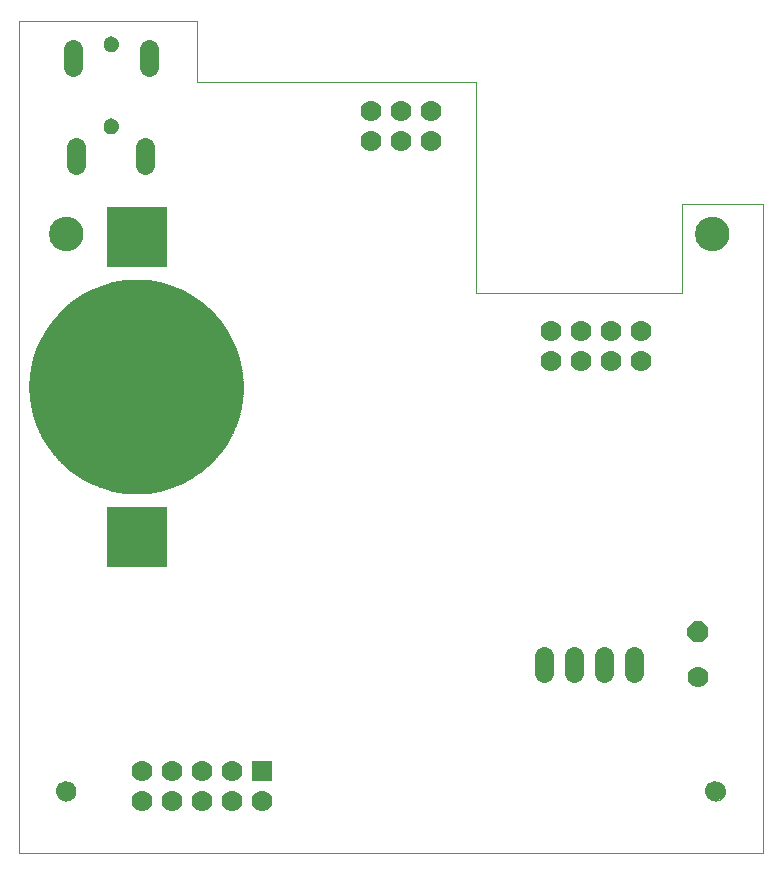
<source format=gbs>
G75*
%MOIN*%
%OFA0B0*%
%FSLAX25Y25*%
%IPPOS*%
%LPD*%
%AMOC8*
5,1,8,0,0,1.08239X$1,22.5*
%
%ADD10C,0.00000*%
%ADD11C,0.06699*%
%ADD12C,0.11424*%
%ADD13C,0.07000*%
%ADD14OC8,0.07000*%
%ADD15R,0.07000X0.07000*%
%ADD16C,0.06337*%
%ADD17C,0.05124*%
%ADD18R,0.16400X0.16400*%
%ADD19R,0.20400X0.20400*%
%ADD20C,0.00500*%
D10*
X0001000Y0001000D02*
X0001000Y0278402D01*
X0060557Y0278402D01*
X0060557Y0258096D01*
X0153559Y0258096D01*
X0153559Y0187850D01*
X0222270Y0187850D01*
X0222270Y0217250D01*
X0249031Y0217250D01*
X0249031Y0001000D01*
X0001000Y0001000D01*
X0013598Y0021709D02*
X0013600Y0021821D01*
X0013606Y0021932D01*
X0013616Y0022044D01*
X0013630Y0022155D01*
X0013647Y0022265D01*
X0013669Y0022375D01*
X0013695Y0022484D01*
X0013724Y0022592D01*
X0013757Y0022698D01*
X0013794Y0022804D01*
X0013835Y0022908D01*
X0013880Y0023011D01*
X0013928Y0023112D01*
X0013979Y0023211D01*
X0014034Y0023308D01*
X0014093Y0023403D01*
X0014154Y0023497D01*
X0014219Y0023588D01*
X0014288Y0023676D01*
X0014359Y0023762D01*
X0014433Y0023846D01*
X0014511Y0023926D01*
X0014591Y0024004D01*
X0014674Y0024080D01*
X0014759Y0024152D01*
X0014847Y0024221D01*
X0014937Y0024287D01*
X0015030Y0024349D01*
X0015125Y0024409D01*
X0015222Y0024465D01*
X0015320Y0024517D01*
X0015421Y0024566D01*
X0015523Y0024611D01*
X0015627Y0024653D01*
X0015732Y0024691D01*
X0015839Y0024725D01*
X0015946Y0024755D01*
X0016055Y0024782D01*
X0016164Y0024804D01*
X0016275Y0024823D01*
X0016385Y0024838D01*
X0016497Y0024849D01*
X0016608Y0024856D01*
X0016720Y0024859D01*
X0016832Y0024858D01*
X0016944Y0024853D01*
X0017055Y0024844D01*
X0017166Y0024831D01*
X0017277Y0024814D01*
X0017387Y0024794D01*
X0017496Y0024769D01*
X0017604Y0024741D01*
X0017711Y0024708D01*
X0017817Y0024672D01*
X0017921Y0024632D01*
X0018024Y0024589D01*
X0018126Y0024542D01*
X0018225Y0024491D01*
X0018323Y0024437D01*
X0018419Y0024379D01*
X0018513Y0024318D01*
X0018604Y0024254D01*
X0018693Y0024187D01*
X0018780Y0024116D01*
X0018864Y0024042D01*
X0018946Y0023966D01*
X0019024Y0023886D01*
X0019100Y0023804D01*
X0019173Y0023719D01*
X0019243Y0023632D01*
X0019309Y0023542D01*
X0019373Y0023450D01*
X0019433Y0023356D01*
X0019490Y0023260D01*
X0019543Y0023161D01*
X0019593Y0023061D01*
X0019639Y0022960D01*
X0019682Y0022856D01*
X0019721Y0022751D01*
X0019756Y0022645D01*
X0019787Y0022538D01*
X0019815Y0022429D01*
X0019838Y0022320D01*
X0019858Y0022210D01*
X0019874Y0022099D01*
X0019886Y0021988D01*
X0019894Y0021877D01*
X0019898Y0021765D01*
X0019898Y0021653D01*
X0019894Y0021541D01*
X0019886Y0021430D01*
X0019874Y0021319D01*
X0019858Y0021208D01*
X0019838Y0021098D01*
X0019815Y0020989D01*
X0019787Y0020880D01*
X0019756Y0020773D01*
X0019721Y0020667D01*
X0019682Y0020562D01*
X0019639Y0020458D01*
X0019593Y0020357D01*
X0019543Y0020257D01*
X0019490Y0020158D01*
X0019433Y0020062D01*
X0019373Y0019968D01*
X0019309Y0019876D01*
X0019243Y0019786D01*
X0019173Y0019699D01*
X0019100Y0019614D01*
X0019024Y0019532D01*
X0018946Y0019452D01*
X0018864Y0019376D01*
X0018780Y0019302D01*
X0018693Y0019231D01*
X0018604Y0019164D01*
X0018513Y0019100D01*
X0018419Y0019039D01*
X0018323Y0018981D01*
X0018225Y0018927D01*
X0018126Y0018876D01*
X0018024Y0018829D01*
X0017921Y0018786D01*
X0017817Y0018746D01*
X0017711Y0018710D01*
X0017604Y0018677D01*
X0017496Y0018649D01*
X0017387Y0018624D01*
X0017277Y0018604D01*
X0017166Y0018587D01*
X0017055Y0018574D01*
X0016944Y0018565D01*
X0016832Y0018560D01*
X0016720Y0018559D01*
X0016608Y0018562D01*
X0016497Y0018569D01*
X0016385Y0018580D01*
X0016275Y0018595D01*
X0016164Y0018614D01*
X0016055Y0018636D01*
X0015946Y0018663D01*
X0015839Y0018693D01*
X0015732Y0018727D01*
X0015627Y0018765D01*
X0015523Y0018807D01*
X0015421Y0018852D01*
X0015320Y0018901D01*
X0015222Y0018953D01*
X0015125Y0019009D01*
X0015030Y0019069D01*
X0014937Y0019131D01*
X0014847Y0019197D01*
X0014759Y0019266D01*
X0014674Y0019338D01*
X0014591Y0019414D01*
X0014511Y0019492D01*
X0014433Y0019572D01*
X0014359Y0019656D01*
X0014288Y0019742D01*
X0014219Y0019830D01*
X0014154Y0019921D01*
X0014093Y0020015D01*
X0014034Y0020110D01*
X0013979Y0020207D01*
X0013928Y0020306D01*
X0013880Y0020407D01*
X0013835Y0020510D01*
X0013794Y0020614D01*
X0013757Y0020720D01*
X0013724Y0020826D01*
X0013695Y0020934D01*
X0013669Y0021043D01*
X0013647Y0021153D01*
X0013630Y0021263D01*
X0013616Y0021374D01*
X0013606Y0021486D01*
X0013600Y0021597D01*
X0013598Y0021709D01*
X0011236Y0207535D02*
X0011238Y0207683D01*
X0011244Y0207831D01*
X0011254Y0207979D01*
X0011268Y0208126D01*
X0011286Y0208273D01*
X0011307Y0208419D01*
X0011333Y0208565D01*
X0011363Y0208710D01*
X0011396Y0208854D01*
X0011434Y0208997D01*
X0011475Y0209139D01*
X0011520Y0209280D01*
X0011568Y0209420D01*
X0011621Y0209559D01*
X0011677Y0209696D01*
X0011737Y0209831D01*
X0011800Y0209965D01*
X0011867Y0210097D01*
X0011938Y0210227D01*
X0012012Y0210355D01*
X0012089Y0210481D01*
X0012170Y0210605D01*
X0012254Y0210727D01*
X0012341Y0210846D01*
X0012432Y0210963D01*
X0012526Y0211078D01*
X0012622Y0211190D01*
X0012722Y0211300D01*
X0012824Y0211406D01*
X0012930Y0211510D01*
X0013038Y0211611D01*
X0013149Y0211709D01*
X0013262Y0211805D01*
X0013378Y0211897D01*
X0013496Y0211986D01*
X0013617Y0212071D01*
X0013740Y0212154D01*
X0013865Y0212233D01*
X0013992Y0212309D01*
X0014121Y0212381D01*
X0014252Y0212450D01*
X0014385Y0212515D01*
X0014520Y0212576D01*
X0014656Y0212634D01*
X0014793Y0212689D01*
X0014932Y0212739D01*
X0015073Y0212786D01*
X0015214Y0212829D01*
X0015357Y0212869D01*
X0015501Y0212904D01*
X0015645Y0212936D01*
X0015791Y0212963D01*
X0015937Y0212987D01*
X0016084Y0213007D01*
X0016231Y0213023D01*
X0016378Y0213035D01*
X0016526Y0213043D01*
X0016674Y0213047D01*
X0016822Y0213047D01*
X0016970Y0213043D01*
X0017118Y0213035D01*
X0017265Y0213023D01*
X0017412Y0213007D01*
X0017559Y0212987D01*
X0017705Y0212963D01*
X0017851Y0212936D01*
X0017995Y0212904D01*
X0018139Y0212869D01*
X0018282Y0212829D01*
X0018423Y0212786D01*
X0018564Y0212739D01*
X0018703Y0212689D01*
X0018840Y0212634D01*
X0018976Y0212576D01*
X0019111Y0212515D01*
X0019244Y0212450D01*
X0019375Y0212381D01*
X0019504Y0212309D01*
X0019631Y0212233D01*
X0019756Y0212154D01*
X0019879Y0212071D01*
X0020000Y0211986D01*
X0020118Y0211897D01*
X0020234Y0211805D01*
X0020347Y0211709D01*
X0020458Y0211611D01*
X0020566Y0211510D01*
X0020672Y0211406D01*
X0020774Y0211300D01*
X0020874Y0211190D01*
X0020970Y0211078D01*
X0021064Y0210963D01*
X0021155Y0210846D01*
X0021242Y0210727D01*
X0021326Y0210605D01*
X0021407Y0210481D01*
X0021484Y0210355D01*
X0021558Y0210227D01*
X0021629Y0210097D01*
X0021696Y0209965D01*
X0021759Y0209831D01*
X0021819Y0209696D01*
X0021875Y0209559D01*
X0021928Y0209420D01*
X0021976Y0209280D01*
X0022021Y0209139D01*
X0022062Y0208997D01*
X0022100Y0208854D01*
X0022133Y0208710D01*
X0022163Y0208565D01*
X0022189Y0208419D01*
X0022210Y0208273D01*
X0022228Y0208126D01*
X0022242Y0207979D01*
X0022252Y0207831D01*
X0022258Y0207683D01*
X0022260Y0207535D01*
X0022258Y0207387D01*
X0022252Y0207239D01*
X0022242Y0207091D01*
X0022228Y0206944D01*
X0022210Y0206797D01*
X0022189Y0206651D01*
X0022163Y0206505D01*
X0022133Y0206360D01*
X0022100Y0206216D01*
X0022062Y0206073D01*
X0022021Y0205931D01*
X0021976Y0205790D01*
X0021928Y0205650D01*
X0021875Y0205511D01*
X0021819Y0205374D01*
X0021759Y0205239D01*
X0021696Y0205105D01*
X0021629Y0204973D01*
X0021558Y0204843D01*
X0021484Y0204715D01*
X0021407Y0204589D01*
X0021326Y0204465D01*
X0021242Y0204343D01*
X0021155Y0204224D01*
X0021064Y0204107D01*
X0020970Y0203992D01*
X0020874Y0203880D01*
X0020774Y0203770D01*
X0020672Y0203664D01*
X0020566Y0203560D01*
X0020458Y0203459D01*
X0020347Y0203361D01*
X0020234Y0203265D01*
X0020118Y0203173D01*
X0020000Y0203084D01*
X0019879Y0202999D01*
X0019756Y0202916D01*
X0019631Y0202837D01*
X0019504Y0202761D01*
X0019375Y0202689D01*
X0019244Y0202620D01*
X0019111Y0202555D01*
X0018976Y0202494D01*
X0018840Y0202436D01*
X0018703Y0202381D01*
X0018564Y0202331D01*
X0018423Y0202284D01*
X0018282Y0202241D01*
X0018139Y0202201D01*
X0017995Y0202166D01*
X0017851Y0202134D01*
X0017705Y0202107D01*
X0017559Y0202083D01*
X0017412Y0202063D01*
X0017265Y0202047D01*
X0017118Y0202035D01*
X0016970Y0202027D01*
X0016822Y0202023D01*
X0016674Y0202023D01*
X0016526Y0202027D01*
X0016378Y0202035D01*
X0016231Y0202047D01*
X0016084Y0202063D01*
X0015937Y0202083D01*
X0015791Y0202107D01*
X0015645Y0202134D01*
X0015501Y0202166D01*
X0015357Y0202201D01*
X0015214Y0202241D01*
X0015073Y0202284D01*
X0014932Y0202331D01*
X0014793Y0202381D01*
X0014656Y0202436D01*
X0014520Y0202494D01*
X0014385Y0202555D01*
X0014252Y0202620D01*
X0014121Y0202689D01*
X0013992Y0202761D01*
X0013865Y0202837D01*
X0013740Y0202916D01*
X0013617Y0202999D01*
X0013496Y0203084D01*
X0013378Y0203173D01*
X0013262Y0203265D01*
X0013149Y0203361D01*
X0013038Y0203459D01*
X0012930Y0203560D01*
X0012824Y0203664D01*
X0012722Y0203770D01*
X0012622Y0203880D01*
X0012526Y0203992D01*
X0012432Y0204107D01*
X0012341Y0204224D01*
X0012254Y0204343D01*
X0012170Y0204465D01*
X0012089Y0204589D01*
X0012012Y0204715D01*
X0011938Y0204843D01*
X0011867Y0204973D01*
X0011800Y0205105D01*
X0011737Y0205239D01*
X0011677Y0205374D01*
X0011621Y0205511D01*
X0011568Y0205650D01*
X0011520Y0205790D01*
X0011475Y0205931D01*
X0011434Y0206073D01*
X0011396Y0206216D01*
X0011363Y0206360D01*
X0011333Y0206505D01*
X0011307Y0206651D01*
X0011286Y0206797D01*
X0011268Y0206944D01*
X0011254Y0207091D01*
X0011244Y0207239D01*
X0011238Y0207387D01*
X0011236Y0207535D01*
X0029347Y0243283D02*
X0029349Y0243380D01*
X0029355Y0243477D01*
X0029365Y0243573D01*
X0029379Y0243669D01*
X0029397Y0243765D01*
X0029418Y0243859D01*
X0029444Y0243953D01*
X0029473Y0244045D01*
X0029507Y0244136D01*
X0029543Y0244226D01*
X0029584Y0244314D01*
X0029628Y0244400D01*
X0029676Y0244485D01*
X0029727Y0244567D01*
X0029781Y0244648D01*
X0029839Y0244726D01*
X0029900Y0244801D01*
X0029963Y0244874D01*
X0030030Y0244945D01*
X0030100Y0245012D01*
X0030172Y0245077D01*
X0030247Y0245138D01*
X0030325Y0245197D01*
X0030404Y0245252D01*
X0030486Y0245304D01*
X0030570Y0245352D01*
X0030656Y0245397D01*
X0030744Y0245439D01*
X0030833Y0245477D01*
X0030924Y0245511D01*
X0031016Y0245541D01*
X0031109Y0245568D01*
X0031204Y0245590D01*
X0031299Y0245609D01*
X0031395Y0245624D01*
X0031491Y0245635D01*
X0031588Y0245642D01*
X0031685Y0245645D01*
X0031782Y0245644D01*
X0031879Y0245639D01*
X0031975Y0245630D01*
X0032071Y0245617D01*
X0032167Y0245600D01*
X0032262Y0245579D01*
X0032355Y0245555D01*
X0032448Y0245526D01*
X0032540Y0245494D01*
X0032630Y0245458D01*
X0032718Y0245419D01*
X0032805Y0245375D01*
X0032890Y0245329D01*
X0032973Y0245278D01*
X0033054Y0245225D01*
X0033132Y0245168D01*
X0033209Y0245108D01*
X0033282Y0245045D01*
X0033353Y0244979D01*
X0033421Y0244910D01*
X0033487Y0244838D01*
X0033549Y0244764D01*
X0033608Y0244687D01*
X0033664Y0244608D01*
X0033717Y0244526D01*
X0033767Y0244443D01*
X0033812Y0244357D01*
X0033855Y0244270D01*
X0033894Y0244181D01*
X0033929Y0244091D01*
X0033960Y0243999D01*
X0033987Y0243906D01*
X0034011Y0243812D01*
X0034031Y0243717D01*
X0034047Y0243621D01*
X0034059Y0243525D01*
X0034067Y0243428D01*
X0034071Y0243331D01*
X0034071Y0243235D01*
X0034067Y0243138D01*
X0034059Y0243041D01*
X0034047Y0242945D01*
X0034031Y0242849D01*
X0034011Y0242754D01*
X0033987Y0242660D01*
X0033960Y0242567D01*
X0033929Y0242475D01*
X0033894Y0242385D01*
X0033855Y0242296D01*
X0033812Y0242209D01*
X0033767Y0242123D01*
X0033717Y0242040D01*
X0033664Y0241958D01*
X0033608Y0241879D01*
X0033549Y0241802D01*
X0033487Y0241728D01*
X0033421Y0241656D01*
X0033353Y0241587D01*
X0033282Y0241521D01*
X0033209Y0241458D01*
X0033132Y0241398D01*
X0033054Y0241341D01*
X0032973Y0241288D01*
X0032890Y0241237D01*
X0032805Y0241191D01*
X0032718Y0241147D01*
X0032630Y0241108D01*
X0032540Y0241072D01*
X0032448Y0241040D01*
X0032355Y0241011D01*
X0032262Y0240987D01*
X0032167Y0240966D01*
X0032071Y0240949D01*
X0031975Y0240936D01*
X0031879Y0240927D01*
X0031782Y0240922D01*
X0031685Y0240921D01*
X0031588Y0240924D01*
X0031491Y0240931D01*
X0031395Y0240942D01*
X0031299Y0240957D01*
X0031204Y0240976D01*
X0031109Y0240998D01*
X0031016Y0241025D01*
X0030924Y0241055D01*
X0030833Y0241089D01*
X0030744Y0241127D01*
X0030656Y0241169D01*
X0030570Y0241214D01*
X0030486Y0241262D01*
X0030404Y0241314D01*
X0030325Y0241369D01*
X0030247Y0241428D01*
X0030172Y0241489D01*
X0030100Y0241554D01*
X0030030Y0241621D01*
X0029963Y0241692D01*
X0029900Y0241765D01*
X0029839Y0241840D01*
X0029781Y0241918D01*
X0029727Y0241999D01*
X0029676Y0242081D01*
X0029628Y0242166D01*
X0029584Y0242252D01*
X0029543Y0242340D01*
X0029507Y0242430D01*
X0029473Y0242521D01*
X0029444Y0242613D01*
X0029418Y0242707D01*
X0029397Y0242801D01*
X0029379Y0242897D01*
X0029365Y0242993D01*
X0029355Y0243089D01*
X0029349Y0243186D01*
X0029347Y0243283D01*
X0029347Y0270685D02*
X0029349Y0270782D01*
X0029355Y0270879D01*
X0029365Y0270975D01*
X0029379Y0271071D01*
X0029397Y0271167D01*
X0029418Y0271261D01*
X0029444Y0271355D01*
X0029473Y0271447D01*
X0029507Y0271538D01*
X0029543Y0271628D01*
X0029584Y0271716D01*
X0029628Y0271802D01*
X0029676Y0271887D01*
X0029727Y0271969D01*
X0029781Y0272050D01*
X0029839Y0272128D01*
X0029900Y0272203D01*
X0029963Y0272276D01*
X0030030Y0272347D01*
X0030100Y0272414D01*
X0030172Y0272479D01*
X0030247Y0272540D01*
X0030325Y0272599D01*
X0030404Y0272654D01*
X0030486Y0272706D01*
X0030570Y0272754D01*
X0030656Y0272799D01*
X0030744Y0272841D01*
X0030833Y0272879D01*
X0030924Y0272913D01*
X0031016Y0272943D01*
X0031109Y0272970D01*
X0031204Y0272992D01*
X0031299Y0273011D01*
X0031395Y0273026D01*
X0031491Y0273037D01*
X0031588Y0273044D01*
X0031685Y0273047D01*
X0031782Y0273046D01*
X0031879Y0273041D01*
X0031975Y0273032D01*
X0032071Y0273019D01*
X0032167Y0273002D01*
X0032262Y0272981D01*
X0032355Y0272957D01*
X0032448Y0272928D01*
X0032540Y0272896D01*
X0032630Y0272860D01*
X0032718Y0272821D01*
X0032805Y0272777D01*
X0032890Y0272731D01*
X0032973Y0272680D01*
X0033054Y0272627D01*
X0033132Y0272570D01*
X0033209Y0272510D01*
X0033282Y0272447D01*
X0033353Y0272381D01*
X0033421Y0272312D01*
X0033487Y0272240D01*
X0033549Y0272166D01*
X0033608Y0272089D01*
X0033664Y0272010D01*
X0033717Y0271928D01*
X0033767Y0271845D01*
X0033812Y0271759D01*
X0033855Y0271672D01*
X0033894Y0271583D01*
X0033929Y0271493D01*
X0033960Y0271401D01*
X0033987Y0271308D01*
X0034011Y0271214D01*
X0034031Y0271119D01*
X0034047Y0271023D01*
X0034059Y0270927D01*
X0034067Y0270830D01*
X0034071Y0270733D01*
X0034071Y0270637D01*
X0034067Y0270540D01*
X0034059Y0270443D01*
X0034047Y0270347D01*
X0034031Y0270251D01*
X0034011Y0270156D01*
X0033987Y0270062D01*
X0033960Y0269969D01*
X0033929Y0269877D01*
X0033894Y0269787D01*
X0033855Y0269698D01*
X0033812Y0269611D01*
X0033767Y0269525D01*
X0033717Y0269442D01*
X0033664Y0269360D01*
X0033608Y0269281D01*
X0033549Y0269204D01*
X0033487Y0269130D01*
X0033421Y0269058D01*
X0033353Y0268989D01*
X0033282Y0268923D01*
X0033209Y0268860D01*
X0033132Y0268800D01*
X0033054Y0268743D01*
X0032973Y0268690D01*
X0032890Y0268639D01*
X0032805Y0268593D01*
X0032718Y0268549D01*
X0032630Y0268510D01*
X0032540Y0268474D01*
X0032448Y0268442D01*
X0032355Y0268413D01*
X0032262Y0268389D01*
X0032167Y0268368D01*
X0032071Y0268351D01*
X0031975Y0268338D01*
X0031879Y0268329D01*
X0031782Y0268324D01*
X0031685Y0268323D01*
X0031588Y0268326D01*
X0031491Y0268333D01*
X0031395Y0268344D01*
X0031299Y0268359D01*
X0031204Y0268378D01*
X0031109Y0268400D01*
X0031016Y0268427D01*
X0030924Y0268457D01*
X0030833Y0268491D01*
X0030744Y0268529D01*
X0030656Y0268571D01*
X0030570Y0268616D01*
X0030486Y0268664D01*
X0030404Y0268716D01*
X0030325Y0268771D01*
X0030247Y0268830D01*
X0030172Y0268891D01*
X0030100Y0268956D01*
X0030030Y0269023D01*
X0029963Y0269094D01*
X0029900Y0269167D01*
X0029839Y0269242D01*
X0029781Y0269320D01*
X0029727Y0269401D01*
X0029676Y0269483D01*
X0029628Y0269568D01*
X0029584Y0269654D01*
X0029543Y0269742D01*
X0029507Y0269832D01*
X0029473Y0269923D01*
X0029444Y0270015D01*
X0029418Y0270109D01*
X0029397Y0270203D01*
X0029379Y0270299D01*
X0029365Y0270395D01*
X0029355Y0270491D01*
X0029349Y0270588D01*
X0029347Y0270685D01*
X0226590Y0207535D02*
X0226592Y0207683D01*
X0226598Y0207831D01*
X0226608Y0207979D01*
X0226622Y0208126D01*
X0226640Y0208273D01*
X0226661Y0208419D01*
X0226687Y0208565D01*
X0226717Y0208710D01*
X0226750Y0208854D01*
X0226788Y0208997D01*
X0226829Y0209139D01*
X0226874Y0209280D01*
X0226922Y0209420D01*
X0226975Y0209559D01*
X0227031Y0209696D01*
X0227091Y0209831D01*
X0227154Y0209965D01*
X0227221Y0210097D01*
X0227292Y0210227D01*
X0227366Y0210355D01*
X0227443Y0210481D01*
X0227524Y0210605D01*
X0227608Y0210727D01*
X0227695Y0210846D01*
X0227786Y0210963D01*
X0227880Y0211078D01*
X0227976Y0211190D01*
X0228076Y0211300D01*
X0228178Y0211406D01*
X0228284Y0211510D01*
X0228392Y0211611D01*
X0228503Y0211709D01*
X0228616Y0211805D01*
X0228732Y0211897D01*
X0228850Y0211986D01*
X0228971Y0212071D01*
X0229094Y0212154D01*
X0229219Y0212233D01*
X0229346Y0212309D01*
X0229475Y0212381D01*
X0229606Y0212450D01*
X0229739Y0212515D01*
X0229874Y0212576D01*
X0230010Y0212634D01*
X0230147Y0212689D01*
X0230286Y0212739D01*
X0230427Y0212786D01*
X0230568Y0212829D01*
X0230711Y0212869D01*
X0230855Y0212904D01*
X0230999Y0212936D01*
X0231145Y0212963D01*
X0231291Y0212987D01*
X0231438Y0213007D01*
X0231585Y0213023D01*
X0231732Y0213035D01*
X0231880Y0213043D01*
X0232028Y0213047D01*
X0232176Y0213047D01*
X0232324Y0213043D01*
X0232472Y0213035D01*
X0232619Y0213023D01*
X0232766Y0213007D01*
X0232913Y0212987D01*
X0233059Y0212963D01*
X0233205Y0212936D01*
X0233349Y0212904D01*
X0233493Y0212869D01*
X0233636Y0212829D01*
X0233777Y0212786D01*
X0233918Y0212739D01*
X0234057Y0212689D01*
X0234194Y0212634D01*
X0234330Y0212576D01*
X0234465Y0212515D01*
X0234598Y0212450D01*
X0234729Y0212381D01*
X0234858Y0212309D01*
X0234985Y0212233D01*
X0235110Y0212154D01*
X0235233Y0212071D01*
X0235354Y0211986D01*
X0235472Y0211897D01*
X0235588Y0211805D01*
X0235701Y0211709D01*
X0235812Y0211611D01*
X0235920Y0211510D01*
X0236026Y0211406D01*
X0236128Y0211300D01*
X0236228Y0211190D01*
X0236324Y0211078D01*
X0236418Y0210963D01*
X0236509Y0210846D01*
X0236596Y0210727D01*
X0236680Y0210605D01*
X0236761Y0210481D01*
X0236838Y0210355D01*
X0236912Y0210227D01*
X0236983Y0210097D01*
X0237050Y0209965D01*
X0237113Y0209831D01*
X0237173Y0209696D01*
X0237229Y0209559D01*
X0237282Y0209420D01*
X0237330Y0209280D01*
X0237375Y0209139D01*
X0237416Y0208997D01*
X0237454Y0208854D01*
X0237487Y0208710D01*
X0237517Y0208565D01*
X0237543Y0208419D01*
X0237564Y0208273D01*
X0237582Y0208126D01*
X0237596Y0207979D01*
X0237606Y0207831D01*
X0237612Y0207683D01*
X0237614Y0207535D01*
X0237612Y0207387D01*
X0237606Y0207239D01*
X0237596Y0207091D01*
X0237582Y0206944D01*
X0237564Y0206797D01*
X0237543Y0206651D01*
X0237517Y0206505D01*
X0237487Y0206360D01*
X0237454Y0206216D01*
X0237416Y0206073D01*
X0237375Y0205931D01*
X0237330Y0205790D01*
X0237282Y0205650D01*
X0237229Y0205511D01*
X0237173Y0205374D01*
X0237113Y0205239D01*
X0237050Y0205105D01*
X0236983Y0204973D01*
X0236912Y0204843D01*
X0236838Y0204715D01*
X0236761Y0204589D01*
X0236680Y0204465D01*
X0236596Y0204343D01*
X0236509Y0204224D01*
X0236418Y0204107D01*
X0236324Y0203992D01*
X0236228Y0203880D01*
X0236128Y0203770D01*
X0236026Y0203664D01*
X0235920Y0203560D01*
X0235812Y0203459D01*
X0235701Y0203361D01*
X0235588Y0203265D01*
X0235472Y0203173D01*
X0235354Y0203084D01*
X0235233Y0202999D01*
X0235110Y0202916D01*
X0234985Y0202837D01*
X0234858Y0202761D01*
X0234729Y0202689D01*
X0234598Y0202620D01*
X0234465Y0202555D01*
X0234330Y0202494D01*
X0234194Y0202436D01*
X0234057Y0202381D01*
X0233918Y0202331D01*
X0233777Y0202284D01*
X0233636Y0202241D01*
X0233493Y0202201D01*
X0233349Y0202166D01*
X0233205Y0202134D01*
X0233059Y0202107D01*
X0232913Y0202083D01*
X0232766Y0202063D01*
X0232619Y0202047D01*
X0232472Y0202035D01*
X0232324Y0202027D01*
X0232176Y0202023D01*
X0232028Y0202023D01*
X0231880Y0202027D01*
X0231732Y0202035D01*
X0231585Y0202047D01*
X0231438Y0202063D01*
X0231291Y0202083D01*
X0231145Y0202107D01*
X0230999Y0202134D01*
X0230855Y0202166D01*
X0230711Y0202201D01*
X0230568Y0202241D01*
X0230427Y0202284D01*
X0230286Y0202331D01*
X0230147Y0202381D01*
X0230010Y0202436D01*
X0229874Y0202494D01*
X0229739Y0202555D01*
X0229606Y0202620D01*
X0229475Y0202689D01*
X0229346Y0202761D01*
X0229219Y0202837D01*
X0229094Y0202916D01*
X0228971Y0202999D01*
X0228850Y0203084D01*
X0228732Y0203173D01*
X0228616Y0203265D01*
X0228503Y0203361D01*
X0228392Y0203459D01*
X0228284Y0203560D01*
X0228178Y0203664D01*
X0228076Y0203770D01*
X0227976Y0203880D01*
X0227880Y0203992D01*
X0227786Y0204107D01*
X0227695Y0204224D01*
X0227608Y0204343D01*
X0227524Y0204465D01*
X0227443Y0204589D01*
X0227366Y0204715D01*
X0227292Y0204843D01*
X0227221Y0204973D01*
X0227154Y0205105D01*
X0227091Y0205239D01*
X0227031Y0205374D01*
X0226975Y0205511D01*
X0226922Y0205650D01*
X0226874Y0205790D01*
X0226829Y0205931D01*
X0226788Y0206073D01*
X0226750Y0206216D01*
X0226717Y0206360D01*
X0226687Y0206505D01*
X0226661Y0206651D01*
X0226640Y0206797D01*
X0226622Y0206944D01*
X0226608Y0207091D01*
X0226598Y0207239D01*
X0226592Y0207387D01*
X0226590Y0207535D01*
X0230133Y0021709D02*
X0230135Y0021821D01*
X0230141Y0021932D01*
X0230151Y0022044D01*
X0230165Y0022155D01*
X0230182Y0022265D01*
X0230204Y0022375D01*
X0230230Y0022484D01*
X0230259Y0022592D01*
X0230292Y0022698D01*
X0230329Y0022804D01*
X0230370Y0022908D01*
X0230415Y0023011D01*
X0230463Y0023112D01*
X0230514Y0023211D01*
X0230569Y0023308D01*
X0230628Y0023403D01*
X0230689Y0023497D01*
X0230754Y0023588D01*
X0230823Y0023676D01*
X0230894Y0023762D01*
X0230968Y0023846D01*
X0231046Y0023926D01*
X0231126Y0024004D01*
X0231209Y0024080D01*
X0231294Y0024152D01*
X0231382Y0024221D01*
X0231472Y0024287D01*
X0231565Y0024349D01*
X0231660Y0024409D01*
X0231757Y0024465D01*
X0231855Y0024517D01*
X0231956Y0024566D01*
X0232058Y0024611D01*
X0232162Y0024653D01*
X0232267Y0024691D01*
X0232374Y0024725D01*
X0232481Y0024755D01*
X0232590Y0024782D01*
X0232699Y0024804D01*
X0232810Y0024823D01*
X0232920Y0024838D01*
X0233032Y0024849D01*
X0233143Y0024856D01*
X0233255Y0024859D01*
X0233367Y0024858D01*
X0233479Y0024853D01*
X0233590Y0024844D01*
X0233701Y0024831D01*
X0233812Y0024814D01*
X0233922Y0024794D01*
X0234031Y0024769D01*
X0234139Y0024741D01*
X0234246Y0024708D01*
X0234352Y0024672D01*
X0234456Y0024632D01*
X0234559Y0024589D01*
X0234661Y0024542D01*
X0234760Y0024491D01*
X0234858Y0024437D01*
X0234954Y0024379D01*
X0235048Y0024318D01*
X0235139Y0024254D01*
X0235228Y0024187D01*
X0235315Y0024116D01*
X0235399Y0024042D01*
X0235481Y0023966D01*
X0235559Y0023886D01*
X0235635Y0023804D01*
X0235708Y0023719D01*
X0235778Y0023632D01*
X0235844Y0023542D01*
X0235908Y0023450D01*
X0235968Y0023356D01*
X0236025Y0023260D01*
X0236078Y0023161D01*
X0236128Y0023061D01*
X0236174Y0022960D01*
X0236217Y0022856D01*
X0236256Y0022751D01*
X0236291Y0022645D01*
X0236322Y0022538D01*
X0236350Y0022429D01*
X0236373Y0022320D01*
X0236393Y0022210D01*
X0236409Y0022099D01*
X0236421Y0021988D01*
X0236429Y0021877D01*
X0236433Y0021765D01*
X0236433Y0021653D01*
X0236429Y0021541D01*
X0236421Y0021430D01*
X0236409Y0021319D01*
X0236393Y0021208D01*
X0236373Y0021098D01*
X0236350Y0020989D01*
X0236322Y0020880D01*
X0236291Y0020773D01*
X0236256Y0020667D01*
X0236217Y0020562D01*
X0236174Y0020458D01*
X0236128Y0020357D01*
X0236078Y0020257D01*
X0236025Y0020158D01*
X0235968Y0020062D01*
X0235908Y0019968D01*
X0235844Y0019876D01*
X0235778Y0019786D01*
X0235708Y0019699D01*
X0235635Y0019614D01*
X0235559Y0019532D01*
X0235481Y0019452D01*
X0235399Y0019376D01*
X0235315Y0019302D01*
X0235228Y0019231D01*
X0235139Y0019164D01*
X0235048Y0019100D01*
X0234954Y0019039D01*
X0234858Y0018981D01*
X0234760Y0018927D01*
X0234661Y0018876D01*
X0234559Y0018829D01*
X0234456Y0018786D01*
X0234352Y0018746D01*
X0234246Y0018710D01*
X0234139Y0018677D01*
X0234031Y0018649D01*
X0233922Y0018624D01*
X0233812Y0018604D01*
X0233701Y0018587D01*
X0233590Y0018574D01*
X0233479Y0018565D01*
X0233367Y0018560D01*
X0233255Y0018559D01*
X0233143Y0018562D01*
X0233032Y0018569D01*
X0232920Y0018580D01*
X0232810Y0018595D01*
X0232699Y0018614D01*
X0232590Y0018636D01*
X0232481Y0018663D01*
X0232374Y0018693D01*
X0232267Y0018727D01*
X0232162Y0018765D01*
X0232058Y0018807D01*
X0231956Y0018852D01*
X0231855Y0018901D01*
X0231757Y0018953D01*
X0231660Y0019009D01*
X0231565Y0019069D01*
X0231472Y0019131D01*
X0231382Y0019197D01*
X0231294Y0019266D01*
X0231209Y0019338D01*
X0231126Y0019414D01*
X0231046Y0019492D01*
X0230968Y0019572D01*
X0230894Y0019656D01*
X0230823Y0019742D01*
X0230754Y0019830D01*
X0230689Y0019921D01*
X0230628Y0020015D01*
X0230569Y0020110D01*
X0230514Y0020207D01*
X0230463Y0020306D01*
X0230415Y0020407D01*
X0230370Y0020510D01*
X0230329Y0020614D01*
X0230292Y0020720D01*
X0230259Y0020826D01*
X0230230Y0020934D01*
X0230204Y0021043D01*
X0230182Y0021153D01*
X0230165Y0021263D01*
X0230151Y0021374D01*
X0230141Y0021486D01*
X0230135Y0021597D01*
X0230133Y0021709D01*
D11*
X0233283Y0021709D03*
X0016748Y0021709D03*
D12*
X0016748Y0207535D03*
X0232102Y0207535D03*
D13*
X0208500Y0174937D03*
X0208500Y0164937D03*
X0198500Y0164937D03*
X0188500Y0164937D03*
X0178500Y0164937D03*
X0178500Y0174937D03*
X0188500Y0174937D03*
X0198500Y0174937D03*
X0138500Y0238500D03*
X0138500Y0248500D03*
X0128500Y0248500D03*
X0128500Y0238500D03*
X0118500Y0238500D03*
X0118500Y0248500D03*
X0227535Y0059602D03*
X0082250Y0018500D03*
X0072250Y0018500D03*
X0072250Y0028500D03*
X0062250Y0028500D03*
X0062250Y0018500D03*
X0052250Y0018500D03*
X0052250Y0028500D03*
X0042250Y0028500D03*
X0042250Y0018500D03*
D14*
X0227535Y0074602D03*
D15*
X0082250Y0028500D03*
D16*
X0176000Y0060906D02*
X0176000Y0066843D01*
X0186000Y0066843D02*
X0186000Y0060906D01*
X0196000Y0060906D02*
X0196000Y0066843D01*
X0206000Y0066843D02*
X0206000Y0060906D01*
X0043126Y0230472D02*
X0043126Y0236409D01*
X0020291Y0236409D02*
X0020291Y0230472D01*
X0019110Y0263150D02*
X0019110Y0269087D01*
X0044307Y0269087D02*
X0044307Y0263150D01*
D17*
X0031709Y0270685D03*
X0031709Y0243283D03*
D18*
X0040370Y0156354D03*
D19*
X0040370Y0106354D03*
X0040370Y0206354D03*
D20*
X0040370Y0191787D02*
X0036403Y0191565D01*
X0032485Y0190899D01*
X0028667Y0189799D01*
X0024996Y0188278D01*
X0021519Y0186356D01*
X0018278Y0184057D01*
X0015315Y0181409D01*
X0012667Y0178446D01*
X0010368Y0175206D01*
X0008446Y0171728D01*
X0006925Y0168057D01*
X0005825Y0164239D01*
X0005160Y0160322D01*
X0004937Y0156354D01*
X0005160Y0152387D01*
X0005825Y0148470D01*
X0006925Y0144652D01*
X0008446Y0140980D01*
X0010368Y0137503D01*
X0012667Y0134262D01*
X0015315Y0131299D01*
X0018278Y0128652D01*
X0021519Y0126352D01*
X0024996Y0124430D01*
X0028667Y0122910D01*
X0032485Y0121810D01*
X0036403Y0121144D01*
X0040370Y0120921D01*
X0044337Y0121144D01*
X0048255Y0121810D01*
X0052073Y0122910D01*
X0055744Y0124430D01*
X0059222Y0126352D01*
X0062462Y0128652D01*
X0065425Y0131299D01*
X0068073Y0134262D01*
X0070372Y0137503D01*
X0072294Y0140980D01*
X0073815Y0144652D01*
X0074915Y0148470D01*
X0075580Y0152387D01*
X0075803Y0156354D01*
X0075580Y0160322D01*
X0074915Y0164239D01*
X0073815Y0168057D01*
X0072294Y0171728D01*
X0070372Y0175206D01*
X0068073Y0178446D01*
X0065425Y0181409D01*
X0062462Y0184057D01*
X0059222Y0186356D01*
X0055744Y0188278D01*
X0052073Y0189799D01*
X0048255Y0190899D01*
X0044337Y0191565D01*
X0040370Y0191787D01*
X0035443Y0191402D02*
X0045297Y0191402D01*
X0048231Y0190903D02*
X0032509Y0190903D01*
X0030769Y0190405D02*
X0049971Y0190405D01*
X0051701Y0189906D02*
X0029039Y0189906D01*
X0027722Y0189408D02*
X0053018Y0189408D01*
X0054222Y0188909D02*
X0026519Y0188909D01*
X0025315Y0188410D02*
X0055425Y0188410D01*
X0056407Y0187912D02*
X0024333Y0187912D01*
X0023431Y0187413D02*
X0057309Y0187413D01*
X0058211Y0186915D02*
X0022529Y0186915D01*
X0021627Y0186416D02*
X0059113Y0186416D01*
X0059840Y0185918D02*
X0020901Y0185918D01*
X0020198Y0185419D02*
X0060542Y0185419D01*
X0061245Y0184921D02*
X0019495Y0184921D01*
X0018793Y0184422D02*
X0061947Y0184422D01*
X0062611Y0183924D02*
X0018129Y0183924D01*
X0017571Y0183425D02*
X0063169Y0183425D01*
X0063727Y0182927D02*
X0017013Y0182927D01*
X0016455Y0182428D02*
X0064285Y0182428D01*
X0064843Y0181930D02*
X0015898Y0181930D01*
X0015340Y0181431D02*
X0065400Y0181431D01*
X0065851Y0180933D02*
X0014889Y0180933D01*
X0014444Y0180434D02*
X0066296Y0180434D01*
X0066742Y0179936D02*
X0013998Y0179936D01*
X0013553Y0179437D02*
X0067187Y0179437D01*
X0067633Y0178939D02*
X0013107Y0178939D01*
X0012663Y0178440D02*
X0068077Y0178440D01*
X0068431Y0177942D02*
X0012309Y0177942D01*
X0011956Y0177443D02*
X0068785Y0177443D01*
X0069138Y0176945D02*
X0011602Y0176945D01*
X0011248Y0176446D02*
X0069492Y0176446D01*
X0069846Y0175948D02*
X0010894Y0175948D01*
X0010541Y0175449D02*
X0070199Y0175449D01*
X0070513Y0174951D02*
X0010227Y0174951D01*
X0009951Y0174452D02*
X0070789Y0174452D01*
X0071064Y0173954D02*
X0009676Y0173954D01*
X0009400Y0173455D02*
X0071340Y0173455D01*
X0071615Y0172957D02*
X0009125Y0172957D01*
X0008849Y0172458D02*
X0071891Y0172458D01*
X0072166Y0171960D02*
X0008574Y0171960D01*
X0008335Y0171461D02*
X0072405Y0171461D01*
X0072611Y0170963D02*
X0008129Y0170963D01*
X0007922Y0170464D02*
X0072818Y0170464D01*
X0073024Y0169966D02*
X0007716Y0169966D01*
X0007509Y0169467D02*
X0073231Y0169467D01*
X0073437Y0168969D02*
X0007303Y0168969D01*
X0007096Y0168470D02*
X0073644Y0168470D01*
X0073839Y0167972D02*
X0006901Y0167972D01*
X0006757Y0167473D02*
X0073983Y0167473D01*
X0074127Y0166974D02*
X0006613Y0166974D01*
X0006470Y0166476D02*
X0074270Y0166476D01*
X0074414Y0165977D02*
X0006326Y0165977D01*
X0006183Y0165479D02*
X0074558Y0165479D01*
X0074701Y0164980D02*
X0006039Y0164980D01*
X0005895Y0164482D02*
X0074845Y0164482D01*
X0074958Y0163983D02*
X0005782Y0163983D01*
X0005697Y0163485D02*
X0075043Y0163485D01*
X0075128Y0162986D02*
X0005613Y0162986D01*
X0005528Y0162488D02*
X0075212Y0162488D01*
X0075297Y0161989D02*
X0005443Y0161989D01*
X0005358Y0161491D02*
X0075382Y0161491D01*
X0075466Y0160992D02*
X0005274Y0160992D01*
X0005189Y0160494D02*
X0075551Y0160494D01*
X0075599Y0159995D02*
X0005141Y0159995D01*
X0005113Y0159497D02*
X0075627Y0159497D01*
X0075655Y0158998D02*
X0005085Y0158998D01*
X0005058Y0158500D02*
X0075683Y0158500D01*
X0075711Y0158001D02*
X0005030Y0158001D01*
X0005002Y0157503D02*
X0075739Y0157503D01*
X0075767Y0157004D02*
X0004974Y0157004D01*
X0004946Y0156506D02*
X0075795Y0156506D01*
X0075784Y0156007D02*
X0004956Y0156007D01*
X0004984Y0155509D02*
X0075756Y0155509D01*
X0075728Y0155010D02*
X0005012Y0155010D01*
X0005040Y0154512D02*
X0075700Y0154512D01*
X0075672Y0154013D02*
X0005068Y0154013D01*
X0005096Y0153515D02*
X0075644Y0153515D01*
X0075616Y0153016D02*
X0005124Y0153016D01*
X0005152Y0152518D02*
X0075588Y0152518D01*
X0075518Y0152019D02*
X0005222Y0152019D01*
X0005307Y0151521D02*
X0075433Y0151521D01*
X0075348Y0151022D02*
X0005392Y0151022D01*
X0005476Y0150524D02*
X0075264Y0150524D01*
X0075179Y0150025D02*
X0005561Y0150025D01*
X0005646Y0149527D02*
X0075094Y0149527D01*
X0075010Y0149028D02*
X0005731Y0149028D01*
X0005815Y0148530D02*
X0074925Y0148530D01*
X0074788Y0148031D02*
X0005952Y0148031D01*
X0006095Y0147533D02*
X0074645Y0147533D01*
X0074501Y0147034D02*
X0006239Y0147034D01*
X0006383Y0146536D02*
X0074358Y0146536D01*
X0074214Y0146037D02*
X0006526Y0146037D01*
X0006670Y0145539D02*
X0074070Y0145539D01*
X0073927Y0145040D02*
X0006813Y0145040D01*
X0006971Y0144541D02*
X0073769Y0144541D01*
X0073563Y0144043D02*
X0007177Y0144043D01*
X0007384Y0143544D02*
X0073356Y0143544D01*
X0073150Y0143046D02*
X0007590Y0143046D01*
X0007797Y0142547D02*
X0072943Y0142547D01*
X0072737Y0142049D02*
X0008003Y0142049D01*
X0008210Y0141550D02*
X0072530Y0141550D01*
X0072324Y0141052D02*
X0008416Y0141052D01*
X0008682Y0140553D02*
X0072058Y0140553D01*
X0071783Y0140055D02*
X0008958Y0140055D01*
X0009233Y0139556D02*
X0071507Y0139556D01*
X0071232Y0139058D02*
X0009509Y0139058D01*
X0009784Y0138559D02*
X0070956Y0138559D01*
X0070681Y0138061D02*
X0010060Y0138061D01*
X0010335Y0137562D02*
X0070405Y0137562D01*
X0070061Y0137064D02*
X0010680Y0137064D01*
X0011033Y0136565D02*
X0069707Y0136565D01*
X0069353Y0136067D02*
X0011387Y0136067D01*
X0011741Y0135568D02*
X0069000Y0135568D01*
X0068646Y0135070D02*
X0012094Y0135070D01*
X0012448Y0134571D02*
X0068292Y0134571D01*
X0067903Y0134073D02*
X0012837Y0134073D01*
X0013282Y0133574D02*
X0067458Y0133574D01*
X0067013Y0133076D02*
X0013728Y0133076D01*
X0014173Y0132577D02*
X0066567Y0132577D01*
X0066122Y0132079D02*
X0014619Y0132079D01*
X0015064Y0131580D02*
X0065676Y0131580D01*
X0065181Y0131082D02*
X0015559Y0131082D01*
X0016117Y0130583D02*
X0064624Y0130583D01*
X0064066Y0130085D02*
X0016674Y0130085D01*
X0017232Y0129586D02*
X0063508Y0129586D01*
X0062950Y0129088D02*
X0017790Y0129088D01*
X0018366Y0128589D02*
X0062374Y0128589D01*
X0061672Y0128091D02*
X0019069Y0128091D01*
X0019771Y0127592D02*
X0060969Y0127592D01*
X0060266Y0127094D02*
X0020474Y0127094D01*
X0021176Y0126595D02*
X0059564Y0126595D01*
X0058759Y0126097D02*
X0021981Y0126097D01*
X0022883Y0125598D02*
X0057857Y0125598D01*
X0056955Y0125100D02*
X0023785Y0125100D01*
X0024687Y0124601D02*
X0056053Y0124601D01*
X0054953Y0124103D02*
X0025787Y0124103D01*
X0026991Y0123604D02*
X0053749Y0123604D01*
X0052546Y0123105D02*
X0028194Y0123105D01*
X0029718Y0122607D02*
X0051022Y0122607D01*
X0049292Y0122108D02*
X0031448Y0122108D01*
X0033661Y0121610D02*
X0047079Y0121610D01*
X0043757Y0121111D02*
X0036983Y0121111D01*
M02*

</source>
